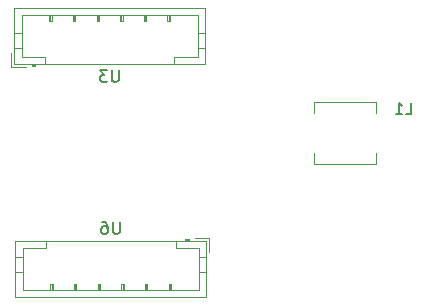
<source format=gbo>
G04 #@! TF.GenerationSoftware,KiCad,Pcbnew,8.0.8-8.0.8-0~ubuntu24.04.1*
G04 #@! TF.CreationDate,2025-03-31T18:32:50+09:00*
G04 #@! TF.ProjectId,multicopter,6d756c74-6963-46f7-9074-65722e6b6963,rev?*
G04 #@! TF.SameCoordinates,Original*
G04 #@! TF.FileFunction,Legend,Bot*
G04 #@! TF.FilePolarity,Positive*
%FSLAX46Y46*%
G04 Gerber Fmt 4.6, Leading zero omitted, Abs format (unit mm)*
G04 Created by KiCad (PCBNEW 8.0.8-8.0.8-0~ubuntu24.04.1) date 2025-03-31 18:32:50*
%MOMM*%
%LPD*%
G01*
G04 APERTURE LIST*
%ADD10C,0.150000*%
%ADD11C,0.120000*%
G04 APERTURE END LIST*
D10*
X100921904Y-98024819D02*
X100921904Y-98834342D01*
X100921904Y-98834342D02*
X100874285Y-98929580D01*
X100874285Y-98929580D02*
X100826666Y-98977200D01*
X100826666Y-98977200D02*
X100731428Y-99024819D01*
X100731428Y-99024819D02*
X100540952Y-99024819D01*
X100540952Y-99024819D02*
X100445714Y-98977200D01*
X100445714Y-98977200D02*
X100398095Y-98929580D01*
X100398095Y-98929580D02*
X100350476Y-98834342D01*
X100350476Y-98834342D02*
X100350476Y-98024819D01*
X99445714Y-98024819D02*
X99636190Y-98024819D01*
X99636190Y-98024819D02*
X99731428Y-98072438D01*
X99731428Y-98072438D02*
X99779047Y-98120057D01*
X99779047Y-98120057D02*
X99874285Y-98262914D01*
X99874285Y-98262914D02*
X99921904Y-98453390D01*
X99921904Y-98453390D02*
X99921904Y-98834342D01*
X99921904Y-98834342D02*
X99874285Y-98929580D01*
X99874285Y-98929580D02*
X99826666Y-98977200D01*
X99826666Y-98977200D02*
X99731428Y-99024819D01*
X99731428Y-99024819D02*
X99540952Y-99024819D01*
X99540952Y-99024819D02*
X99445714Y-98977200D01*
X99445714Y-98977200D02*
X99398095Y-98929580D01*
X99398095Y-98929580D02*
X99350476Y-98834342D01*
X99350476Y-98834342D02*
X99350476Y-98596247D01*
X99350476Y-98596247D02*
X99398095Y-98501009D01*
X99398095Y-98501009D02*
X99445714Y-98453390D01*
X99445714Y-98453390D02*
X99540952Y-98405771D01*
X99540952Y-98405771D02*
X99731428Y-98405771D01*
X99731428Y-98405771D02*
X99826666Y-98453390D01*
X99826666Y-98453390D02*
X99874285Y-98501009D01*
X99874285Y-98501009D02*
X99921904Y-98596247D01*
X125136666Y-88914819D02*
X125612856Y-88914819D01*
X125612856Y-88914819D02*
X125612856Y-87914819D01*
X124279523Y-88914819D02*
X124850951Y-88914819D01*
X124565237Y-88914819D02*
X124565237Y-87914819D01*
X124565237Y-87914819D02*
X124660475Y-88057676D01*
X124660475Y-88057676D02*
X124755713Y-88152914D01*
X124755713Y-88152914D02*
X124850951Y-88200533D01*
X100821904Y-85174819D02*
X100821904Y-85984342D01*
X100821904Y-85984342D02*
X100774285Y-86079580D01*
X100774285Y-86079580D02*
X100726666Y-86127200D01*
X100726666Y-86127200D02*
X100631428Y-86174819D01*
X100631428Y-86174819D02*
X100440952Y-86174819D01*
X100440952Y-86174819D02*
X100345714Y-86127200D01*
X100345714Y-86127200D02*
X100298095Y-86079580D01*
X100298095Y-86079580D02*
X100250476Y-85984342D01*
X100250476Y-85984342D02*
X100250476Y-85174819D01*
X99869523Y-85174819D02*
X99250476Y-85174819D01*
X99250476Y-85174819D02*
X99583809Y-85555771D01*
X99583809Y-85555771D02*
X99440952Y-85555771D01*
X99440952Y-85555771D02*
X99345714Y-85603390D01*
X99345714Y-85603390D02*
X99298095Y-85651009D01*
X99298095Y-85651009D02*
X99250476Y-85746247D01*
X99250476Y-85746247D02*
X99250476Y-85984342D01*
X99250476Y-85984342D02*
X99298095Y-86079580D01*
X99298095Y-86079580D02*
X99345714Y-86127200D01*
X99345714Y-86127200D02*
X99440952Y-86174819D01*
X99440952Y-86174819D02*
X99726666Y-86174819D01*
X99726666Y-86174819D02*
X99821904Y-86127200D01*
X99821904Y-86127200D02*
X99869523Y-86079580D01*
D11*
X92100000Y-99660000D02*
X92100000Y-104380000D01*
X92100000Y-104380000D02*
X108220000Y-104380000D01*
X92710000Y-100270000D02*
X92710000Y-103770000D01*
X92710000Y-100970000D02*
X92100000Y-100970000D01*
X92710000Y-102270000D02*
X92100000Y-102270000D01*
X92710000Y-103770000D02*
X107610000Y-103770000D01*
X94660000Y-99660000D02*
X94660000Y-100270000D01*
X94660000Y-100270000D02*
X92710000Y-100270000D01*
X95060000Y-103270000D02*
X95260000Y-103270000D01*
X95060000Y-103770000D02*
X95060000Y-103270000D01*
X95160000Y-103270000D02*
X95160000Y-103770000D01*
X95260000Y-103270000D02*
X95260000Y-103770000D01*
X97060000Y-103270000D02*
X97260000Y-103270000D01*
X97060000Y-103770000D02*
X97060000Y-103270000D01*
X97160000Y-103270000D02*
X97160000Y-103770000D01*
X97260000Y-103270000D02*
X97260000Y-103770000D01*
X99060000Y-103270000D02*
X99260000Y-103270000D01*
X99060000Y-103770000D02*
X99060000Y-103270000D01*
X99160000Y-103270000D02*
X99160000Y-103770000D01*
X99260000Y-103270000D02*
X99260000Y-103770000D01*
X101060000Y-103270000D02*
X101260000Y-103270000D01*
X101060000Y-103770000D02*
X101060000Y-103270000D01*
X101160000Y-103270000D02*
X101160000Y-103770000D01*
X101260000Y-103270000D02*
X101260000Y-103770000D01*
X103060000Y-103270000D02*
X103260000Y-103270000D01*
X103060000Y-103770000D02*
X103060000Y-103270000D01*
X103160000Y-103270000D02*
X103160000Y-103770000D01*
X103260000Y-103270000D02*
X103260000Y-103770000D01*
X105060000Y-103270000D02*
X105260000Y-103270000D01*
X105060000Y-103770000D02*
X105060000Y-103270000D01*
X105160000Y-103270000D02*
X105160000Y-103770000D01*
X105260000Y-103270000D02*
X105260000Y-103770000D01*
X105660000Y-100270000D02*
X105660000Y-99660000D01*
X106460000Y-99460000D02*
X106460000Y-99660000D01*
X106760000Y-99460000D02*
X106460000Y-99460000D01*
X106760000Y-99560000D02*
X106460000Y-99560000D01*
X106760000Y-99660000D02*
X106760000Y-99460000D01*
X107610000Y-100270000D02*
X105660000Y-100270000D01*
X107610000Y-100970000D02*
X108220000Y-100970000D01*
X107610000Y-102270000D02*
X108220000Y-102270000D01*
X107610000Y-103770000D02*
X107610000Y-100270000D01*
X108220000Y-99660000D02*
X92100000Y-99660000D01*
X108220000Y-104380000D02*
X108220000Y-99660000D01*
X108520000Y-99360000D02*
X107270000Y-99360000D01*
X108520000Y-100610000D02*
X108520000Y-99360000D01*
X117350000Y-87840000D02*
X122630000Y-87840000D01*
X117350000Y-88785000D02*
X117350000Y-87840000D01*
X117350000Y-92175000D02*
X117350000Y-93120000D01*
X117350000Y-93120000D02*
X122630000Y-93120000D01*
X122630000Y-87840000D02*
X122630000Y-88785000D01*
X122630000Y-93120000D02*
X122630000Y-92175000D01*
X91700000Y-83680000D02*
X91700000Y-84930000D01*
X91700000Y-84930000D02*
X92950000Y-84930000D01*
X92000000Y-79910000D02*
X92000000Y-84630000D01*
X92000000Y-84630000D02*
X108120000Y-84630000D01*
X92610000Y-80520000D02*
X92610000Y-84020000D01*
X92610000Y-82020000D02*
X92000000Y-82020000D01*
X92610000Y-83320000D02*
X92000000Y-83320000D01*
X92610000Y-84020000D02*
X94560000Y-84020000D01*
X93460000Y-84630000D02*
X93460000Y-84830000D01*
X93460000Y-84730000D02*
X93760000Y-84730000D01*
X93460000Y-84830000D02*
X93760000Y-84830000D01*
X93760000Y-84830000D02*
X93760000Y-84630000D01*
X94560000Y-84020000D02*
X94560000Y-84630000D01*
X94960000Y-81020000D02*
X94960000Y-80520000D01*
X95060000Y-81020000D02*
X95060000Y-80520000D01*
X95160000Y-80520000D02*
X95160000Y-81020000D01*
X95160000Y-81020000D02*
X94960000Y-81020000D01*
X96960000Y-81020000D02*
X96960000Y-80520000D01*
X97060000Y-81020000D02*
X97060000Y-80520000D01*
X97160000Y-80520000D02*
X97160000Y-81020000D01*
X97160000Y-81020000D02*
X96960000Y-81020000D01*
X98960000Y-81020000D02*
X98960000Y-80520000D01*
X99060000Y-81020000D02*
X99060000Y-80520000D01*
X99160000Y-80520000D02*
X99160000Y-81020000D01*
X99160000Y-81020000D02*
X98960000Y-81020000D01*
X100960000Y-81020000D02*
X100960000Y-80520000D01*
X101060000Y-81020000D02*
X101060000Y-80520000D01*
X101160000Y-80520000D02*
X101160000Y-81020000D01*
X101160000Y-81020000D02*
X100960000Y-81020000D01*
X102960000Y-81020000D02*
X102960000Y-80520000D01*
X103060000Y-81020000D02*
X103060000Y-80520000D01*
X103160000Y-80520000D02*
X103160000Y-81020000D01*
X103160000Y-81020000D02*
X102960000Y-81020000D01*
X104960000Y-81020000D02*
X104960000Y-80520000D01*
X105060000Y-81020000D02*
X105060000Y-80520000D01*
X105160000Y-80520000D02*
X105160000Y-81020000D01*
X105160000Y-81020000D02*
X104960000Y-81020000D01*
X105560000Y-84020000D02*
X107510000Y-84020000D01*
X105560000Y-84630000D02*
X105560000Y-84020000D01*
X107510000Y-80520000D02*
X92610000Y-80520000D01*
X107510000Y-82020000D02*
X108120000Y-82020000D01*
X107510000Y-83320000D02*
X108120000Y-83320000D01*
X107510000Y-84020000D02*
X107510000Y-80520000D01*
X108120000Y-79910000D02*
X92000000Y-79910000D01*
X108120000Y-84630000D02*
X108120000Y-79910000D01*
M02*

</source>
